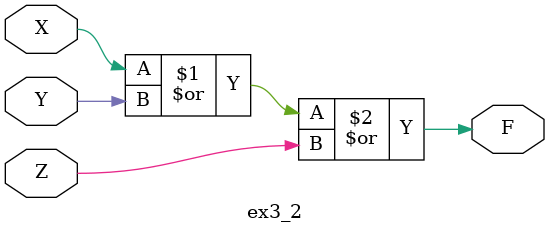
<source format=v>
module test2;
    reg X, Y, Z;
    wire F;
    ex3_2 cwd(X, Y, Z, F);
    initial begin
        //000
        X = 1'b0; Y = 1'b0; Z = 1'b0;
        #10
        //001
        X = 1'b0; Y = 1'b0; Z = 1'b1;
        #10
        //010
        X = 1'b0; Y = 1'b1; Z = 1'b0;
        #10
        //011
        X = 1'b0; Y = 1'b1; Z = 1'b1;
        #10
        //100
        X = 1'b1; Y = 1'b0; Z = 1'b0;
        #10
        //101
        X = 1'b1; Y = 1'b0; Z = 1'b1;
        #10
        //110
        X = 1'b1; Y = 1'b1; Z = 1'b0;
        #10
        //111
        X = 1'b1; Y = 1'b1; Z = 1'b1;
        #10
        $finish;
    end
    
endmodule // test

module ex3_2(X, Y, Z, F);
    input X, Y, Z;
    output F;
    assign F = X|Y|Z;

endmodule // ex3_2

</source>
